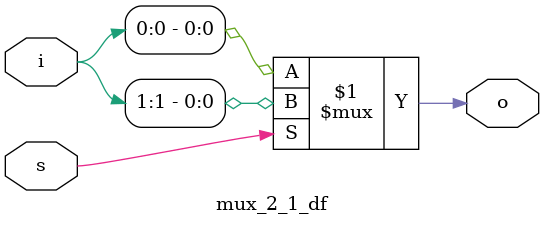
<source format=v>
/**********************************
    2:1 Multiplexer - Data Flow
**********************************/

module mux_2_1_df(o,i,s);
input [1:0]i;
input s;
output o;

assign o = s? i[1] : i[0] ;
    
endmodule
</source>
